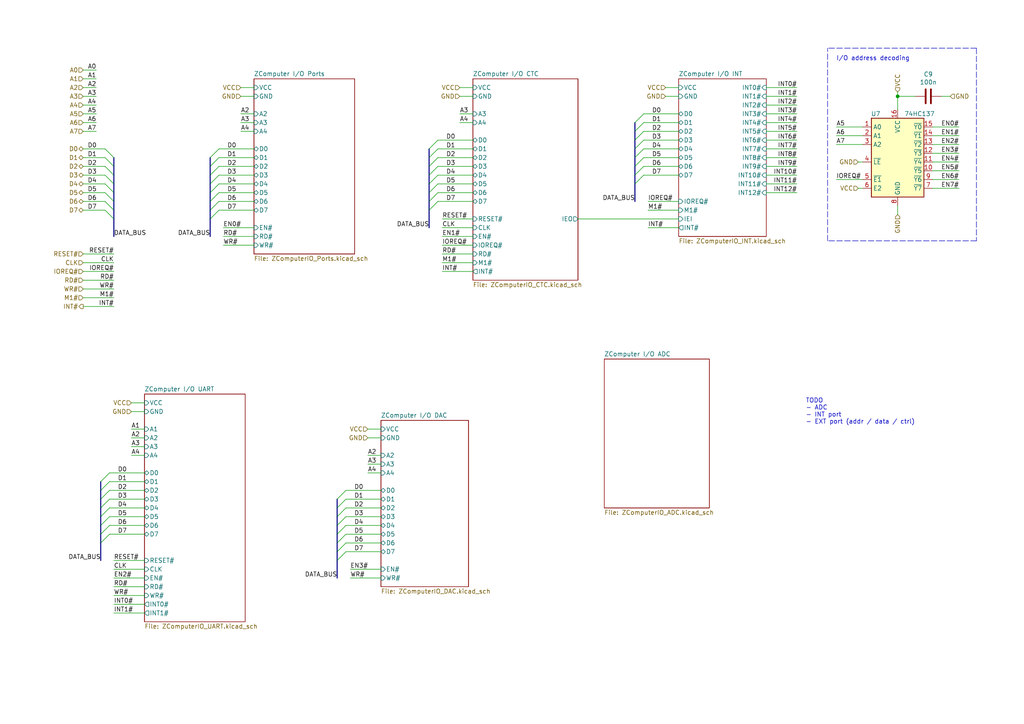
<source format=kicad_sch>
(kicad_sch (version 20211123) (generator eeschema)
  (paper "A4")
  (title_block (title "ZComputer I/O") (date "2021-10-21") (rev "v0.92") (company "Maxime Chretien") (comment 1 "mchretien@linuxmail.org"))
  (lib_symbols
    (symbol "74xx:74HC137"
      (property "Reference" "U" (at -7.62 13.97 0))
      (property "Value" "74HC137" (at 2.54 -11.43 0))
      (symbol "74HC137_0_1"
        (rectangle (start -7.62 12.7) (end 7.62 -10.16) (stroke (width 0.254)) (fill (type background)))
      )
      (symbol "74HC137_1_1"
        (pin input line (at -10.16 10.16 0) (length 2.54) (name "A0") (number "1"))
        (pin output line (at 10.16 -2.54 180) (length 2.54) (name "~{Y5}") (number "10"))
        (pin output line (at 10.16 0 180) (length 2.54) (name "~{Y4}") (number "11"))
        (pin output line (at 10.16 2.54 180) (length 2.54) (name "~{Y3}") (number "12"))
        (pin output line (at 10.16 5.08 180) (length 2.54) (name "~{Y2}") (number "13"))
        (pin output line (at 10.16 7.62 180) (length 2.54) (name "~{Y1}") (number "14"))
        (pin output line (at 10.16 10.16 180) (length 2.54) (name "~{Y0}") (number "15"))
        (pin power_in line (at 0 15.24 270) (length 2.54) (name "VCC") (number "16"))
        (pin input line (at -10.16 7.62 0) (length 2.54) (name "A1") (number "2"))
        (pin input line (at -10.16 5.08 0) (length 2.54) (name "A2") (number "3"))
        (pin input line (at -10.16 0 0) (length 2.54) (name "~{LE}") (number "4"))
        (pin input line (at -10.16 -5.08 0) (length 2.54) (name "~{E1}") (number "5"))
        (pin input line (at -10.16 -7.62 0) (length 2.54) (name "E2") (number "6"))
        (pin output line (at 10.16 -7.62 180) (length 2.54) (name "~{Y7}") (number "7"))
        (pin power_in line (at 0 -12.7 90) (length 2.54) (name "GND") (number "8"))
        (pin output line (at 10.16 -5.08 180) (length 2.54) (name "~{Y6}") (number "9"))
      )
    )
    (symbol "Device:C" (pin_numbers hide) (pin_names (offset 0.254))
      (property "Reference" "C" (at 0.635 2.54 0))
      (property "Value" "C" (at 0.635 -2.54 0))
      (symbol "C_0_1"
        (polyline (pts (xy -2.032 -0.762) (xy 2.032 -0.762)) (stroke (width 0.508)))
        (polyline (pts (xy -2.032 0.762) (xy 2.032 0.762)) (stroke (width 0.508)))
      )
      (symbol "C_1_1"
        (pin passive line (at 0 3.81 270) (length 2.794) (name "~") (number "1"))
        (pin passive line (at 0 -3.81 90) (length 2.794) (name "~") (number "2"))
      )
    )
  )
  (junction (at 260.35 27.94))
  (bus_entry (at 30.48 53.34) (size 2.54 2.54))
  (bus_entry (at 186.69 38.1) (size -2.54 2.54))
  (bus_entry (at 127 40.64) (size -2.54 2.54))
  (bus_entry (at 100.33 142.24) (size -2.54 2.54))
  (bus_entry (at 30.48 58.42) (size 2.54 2.54))
  (bus_entry (at 31.75 137.16) (size -2.54 2.54))
  (bus_entry (at 186.69 40.64) (size -2.54 2.54))
  (bus_entry (at 186.69 48.26) (size -2.54 2.54))
  (bus_entry (at 31.75 147.32) (size -2.54 2.54))
  (bus_entry (at 30.48 55.88) (size 2.54 2.54))
  (bus_entry (at 30.48 48.26) (size 2.54 2.54))
  (bus_entry (at 100.33 160.02) (size -2.54 2.54))
  (bus_entry (at 186.69 45.72) (size -2.54 2.54))
  (bus_entry (at 100.33 144.78) (size -2.54 2.54))
  (bus_entry (at 31.75 149.86) (size -2.54 2.54))
  (bus_entry (at 100.33 152.4) (size -2.54 2.54))
  (bus_entry (at 30.48 60.96) (size 2.54 2.54))
  (bus_entry (at 186.69 35.56) (size -2.54 2.54))
  (bus_entry (at 63.5 45.72) (size -2.54 2.54))
  (bus_entry (at 31.75 144.78) (size -2.54 2.54))
  (bus_entry (at 63.5 58.42) (size -2.54 2.54))
  (bus_entry (at 31.75 152.4) (size -2.54 2.54))
  (bus_entry (at 127 43.18) (size -2.54 2.54))
  (bus_entry (at 186.69 50.8) (size -2.54 2.54))
  (bus_entry (at 100.33 154.94) (size -2.54 2.54))
  (bus_entry (at 127 53.34) (size -2.54 2.54))
  (bus_entry (at 127 55.88) (size -2.54 2.54))
  (bus_entry (at 63.5 55.88) (size -2.54 2.54))
  (bus_entry (at 31.75 139.7) (size -2.54 2.54))
  (bus_entry (at 31.75 142.24) (size -2.54 2.54))
  (bus_entry (at 186.69 33.02) (size -2.54 2.54))
  (bus_entry (at 63.5 60.96) (size -2.54 2.54))
  (bus_entry (at 100.33 147.32) (size -2.54 2.54))
  (bus_entry (at 186.69 43.18) (size -2.54 2.54))
  (bus_entry (at 63.5 50.8) (size -2.54 2.54))
  (bus_entry (at 63.5 53.34) (size -2.54 2.54))
  (bus_entry (at 31.75 154.94) (size -2.54 2.54))
  (bus_entry (at 100.33 149.86) (size -2.54 2.54))
  (bus_entry (at 30.48 45.72) (size 2.54 2.54))
  (bus_entry (at 30.48 50.8) (size 2.54 2.54))
  (bus_entry (at 127 58.42) (size -2.54 2.54))
  (bus_entry (at 63.5 43.18) (size -2.54 2.54))
  (bus_entry (at 127 48.26) (size -2.54 2.54))
  (bus_entry (at 30.48 43.18) (size 2.54 2.54))
  (bus_entry (at 127 50.8) (size -2.54 2.54))
  (bus_entry (at 100.33 157.48) (size -2.54 2.54))
  (bus_entry (at 63.5 48.26) (size -2.54 2.54))
  (bus_entry (at 127 45.72) (size -2.54 2.54))
  (wire (pts (xy 73.66 68.58) (xy 64.77 68.58)))
  (bus (pts (xy 97.79 160.02) (xy 97.79 162.56)))
  (wire (pts (xy 24.13 33.02) (xy 27.94 33.02)))
  (bus (pts (xy 97.79 152.4) (xy 97.79 154.94)))
  (wire (pts (xy 222.25 38.1) (xy 231.14 38.1)))
  (bus (pts (xy 29.21 157.48) (xy 29.21 162.56)))
  (wire (pts (xy 63.5 55.88) (xy 73.66 55.88)))
  (wire (pts (xy 127 50.8) (xy 137.16 50.8)))
  (wire (pts (xy 24.13 58.42) (xy 30.48 58.42)))
  (bus (pts (xy 33.02 53.34) (xy 33.02 55.88)))
  (wire (pts (xy 33.02 76.2) (xy 24.13 76.2)))
  (bus (pts (xy 184.15 53.34) (xy 184.15 58.42)))
  (wire (pts (xy 270.51 44.45) (xy 278.13 44.45)))
  (polyline (pts (xy 283.21 69.85) (xy 240.03 69.85)))
  (wire (pts (xy 100.33 160.02) (xy 110.49 160.02)))
  (bus (pts (xy 60.96 63.5) (xy 60.96 68.58)))
  (wire (pts (xy 110.49 132.08) (xy 106.68 132.08)))
  (bus (pts (xy 29.21 152.4) (xy 29.21 154.94)))
  (wire (pts (xy 24.13 30.48) (xy 27.94 30.48)))
  (wire (pts (xy 64.77 66.04) (xy 73.66 66.04)))
  (wire (pts (xy 250.19 41.91) (xy 242.57 41.91)))
  (bus (pts (xy 184.15 48.26) (xy 184.15 50.8)))
  (wire (pts (xy 38.1 119.38) (xy 41.91 119.38)))
  (wire (pts (xy 187.96 60.96) (xy 196.85 60.96)))
  (wire (pts (xy 222.25 30.48) (xy 231.14 30.48)))
  (wire (pts (xy 100.33 144.78) (xy 110.49 144.78)))
  (bus (pts (xy 97.79 154.94) (xy 97.79 157.48)))
  (bus (pts (xy 124.46 55.88) (xy 124.46 58.42)))
  (wire (pts (xy 24.13 25.4) (xy 27.94 25.4)))
  (wire (pts (xy 63.5 48.26) (xy 73.66 48.26)))
  (wire (pts (xy 186.69 38.1) (xy 196.85 38.1)))
  (wire (pts (xy 127 43.18) (xy 137.16 43.18)))
  (wire (pts (xy 69.85 35.56) (xy 73.66 35.56)))
  (wire (pts (xy 106.68 127) (xy 110.49 127)))
  (bus (pts (xy 124.46 50.8) (xy 124.46 53.34)))
  (bus (pts (xy 97.79 162.56) (xy 97.79 167.64)))
  (wire (pts (xy 127 58.42) (xy 137.16 58.42)))
  (wire (pts (xy 187.96 66.04) (xy 196.85 66.04)))
  (bus (pts (xy 60.96 60.96) (xy 60.96 63.5)))
  (wire (pts (xy 73.66 38.1) (xy 69.85 38.1)))
  (wire (pts (xy 63.5 50.8) (xy 73.66 50.8)))
  (bus (pts (xy 33.02 48.26) (xy 33.02 50.8)))
  (wire (pts (xy 33.02 86.36) (xy 24.13 86.36)))
  (wire (pts (xy 24.13 50.8) (xy 30.48 50.8)))
  (wire (pts (xy 100.33 147.32) (xy 110.49 147.32)))
  (wire (pts (xy 41.91 127) (xy 38.1 127)))
  (bus (pts (xy 29.21 154.94) (xy 29.21 157.48)))
  (wire (pts (xy 128.27 66.04) (xy 137.16 66.04)))
  (wire (pts (xy 260.35 27.94) (xy 260.35 31.75)))
  (wire (pts (xy 222.25 48.26) (xy 231.14 48.26)))
  (wire (pts (xy 69.85 27.94) (xy 73.66 27.94)))
  (bus (pts (xy 29.21 149.86) (xy 29.21 152.4)))
  (bus (pts (xy 97.79 157.48) (xy 97.79 160.02)))
  (wire (pts (xy 24.13 20.32) (xy 27.94 20.32)))
  (polyline (pts (xy 283.21 13.97) (xy 240.03 13.97)))
  (bus (pts (xy 97.79 144.78) (xy 97.79 147.32)))
  (polyline (pts (xy 240.03 69.85) (xy 240.03 13.97)))
  (wire (pts (xy 270.51 49.53) (xy 278.13 49.53)))
  (wire (pts (xy 128.27 63.5) (xy 137.16 63.5)))
  (wire (pts (xy 31.75 149.86) (xy 41.91 149.86)))
  (bus (pts (xy 29.21 142.24) (xy 29.21 144.78)))
  (wire (pts (xy 63.5 60.96) (xy 73.66 60.96)))
  (wire (pts (xy 196.85 63.5) (xy 167.64 63.5)))
  (bus (pts (xy 29.21 144.78) (xy 29.21 147.32)))
  (wire (pts (xy 270.51 36.83) (xy 278.13 36.83)))
  (wire (pts (xy 270.51 41.91) (xy 278.13 41.91)))
  (wire (pts (xy 101.6 165.1) (xy 110.49 165.1)))
  (wire (pts (xy 186.69 40.64) (xy 196.85 40.64)))
  (wire (pts (xy 63.5 45.72) (xy 73.66 45.72)))
  (wire (pts (xy 186.69 35.56) (xy 196.85 35.56)))
  (bus (pts (xy 184.15 35.56) (xy 184.15 38.1)))
  (wire (pts (xy 248.92 46.99) (xy 250.19 46.99)))
  (wire (pts (xy 100.33 157.48) (xy 110.49 157.48)))
  (wire (pts (xy 33.02 162.56) (xy 41.91 162.56)))
  (wire (pts (xy 101.6 167.64) (xy 110.49 167.64)))
  (wire (pts (xy 33.02 73.66) (xy 24.13 73.66)))
  (wire (pts (xy 31.75 154.94) (xy 41.91 154.94)))
  (wire (pts (xy 137.16 35.56) (xy 133.35 35.56)))
  (wire (pts (xy 33.02 167.64) (xy 41.91 167.64)))
  (bus (pts (xy 60.96 53.34) (xy 60.96 55.88)))
  (wire (pts (xy 250.19 52.07) (xy 242.57 52.07)))
  (wire (pts (xy 33.02 165.1) (xy 41.91 165.1)))
  (wire (pts (xy 222.25 50.8) (xy 231.14 50.8)))
  (polyline (pts (xy 283.21 13.97) (xy 283.21 69.85)))
  (wire (pts (xy 31.75 142.24) (xy 41.91 142.24)))
  (wire (pts (xy 222.25 40.64) (xy 231.14 40.64)))
  (wire (pts (xy 63.5 58.42) (xy 73.66 58.42)))
  (wire (pts (xy 128.27 68.58) (xy 137.16 68.58)))
  (wire (pts (xy 64.77 71.12) (xy 73.66 71.12)))
  (wire (pts (xy 186.69 50.8) (xy 196.85 50.8)))
  (bus (pts (xy 184.15 50.8) (xy 184.15 53.34)))
  (wire (pts (xy 127 55.88) (xy 137.16 55.88)))
  (wire (pts (xy 127 40.64) (xy 137.16 40.64)))
  (wire (pts (xy 222.25 25.4) (xy 231.14 25.4)))
  (wire (pts (xy 222.25 35.56) (xy 231.14 35.56)))
  (wire (pts (xy 33.02 177.8) (xy 41.91 177.8)))
  (wire (pts (xy 128.27 78.74) (xy 137.16 78.74)))
  (wire (pts (xy 63.5 43.18) (xy 73.66 43.18)))
  (bus (pts (xy 33.02 50.8) (xy 33.02 53.34)))
  (wire (pts (xy 270.51 54.61) (xy 278.13 54.61)))
  (wire (pts (xy 270.51 39.37) (xy 278.13 39.37)))
  (wire (pts (xy 100.33 142.24) (xy 110.49 142.24)))
  (wire (pts (xy 222.25 33.02) (xy 231.14 33.02)))
  (wire (pts (xy 222.25 53.34) (xy 231.14 53.34)))
  (wire (pts (xy 222.25 55.88) (xy 231.14 55.88)))
  (wire (pts (xy 38.1 124.46) (xy 41.91 124.46)))
  (wire (pts (xy 33.02 83.82) (xy 24.13 83.82)))
  (wire (pts (xy 63.5 53.34) (xy 73.66 53.34)))
  (wire (pts (xy 110.49 137.16) (xy 106.68 137.16)))
  (wire (pts (xy 24.13 45.72) (xy 30.48 45.72)))
  (wire (pts (xy 33.02 78.74) (xy 24.13 78.74)))
  (wire (pts (xy 128.27 73.66) (xy 137.16 73.66)))
  (wire (pts (xy 33.02 88.9) (xy 24.13 88.9)))
  (bus (pts (xy 60.96 48.26) (xy 60.96 50.8)))
  (wire (pts (xy 24.13 60.96) (xy 30.48 60.96)))
  (wire (pts (xy 106.68 134.62) (xy 110.49 134.62)))
  (bus (pts (xy 124.46 48.26) (xy 124.46 50.8)))
  (wire (pts (xy 106.68 124.46) (xy 110.49 124.46)))
  (bus (pts (xy 33.02 58.42) (xy 33.02 60.96)))
  (bus (pts (xy 33.02 55.88) (xy 33.02 58.42)))
  (wire (pts (xy 265.43 27.94) (xy 260.35 27.94)))
  (wire (pts (xy 186.69 45.72) (xy 196.85 45.72)))
  (wire (pts (xy 31.75 147.32) (xy 41.91 147.32)))
  (bus (pts (xy 124.46 58.42) (xy 124.46 60.96)))
  (wire (pts (xy 38.1 116.84) (xy 41.91 116.84)))
  (wire (pts (xy 270.51 46.99) (xy 278.13 46.99)))
  (wire (pts (xy 33.02 172.72) (xy 41.91 172.72)))
  (wire (pts (xy 260.35 59.69) (xy 260.35 62.23)))
  (wire (pts (xy 33.02 175.26) (xy 41.91 175.26)))
  (wire (pts (xy 186.69 43.18) (xy 196.85 43.18)))
  (wire (pts (xy 100.33 152.4) (xy 110.49 152.4)))
  (wire (pts (xy 24.13 48.26) (xy 30.48 48.26)))
  (wire (pts (xy 73.66 33.02) (xy 69.85 33.02)))
  (bus (pts (xy 60.96 50.8) (xy 60.96 53.34)))
  (bus (pts (xy 124.46 60.96) (xy 124.46 66.04)))
  (bus (pts (xy 60.96 55.88) (xy 60.96 58.42)))
  (wire (pts (xy 31.75 152.4) (xy 41.91 152.4)))
  (bus (pts (xy 60.96 58.42) (xy 60.96 60.96)))
  (wire (pts (xy 133.35 27.94) (xy 137.16 27.94)))
  (wire (pts (xy 133.35 25.4) (xy 137.16 25.4)))
  (wire (pts (xy 100.33 154.94) (xy 110.49 154.94)))
  (bus (pts (xy 124.46 43.18) (xy 124.46 45.72)))
  (wire (pts (xy 270.51 52.07) (xy 278.13 52.07)))
  (wire (pts (xy 100.33 149.86) (xy 110.49 149.86)))
  (wire (pts (xy 127 45.72) (xy 137.16 45.72)))
  (wire (pts (xy 127 48.26) (xy 137.16 48.26)))
  (wire (pts (xy 222.25 43.18) (xy 231.14 43.18)))
  (wire (pts (xy 186.69 48.26) (xy 196.85 48.26)))
  (wire (pts (xy 222.25 45.72) (xy 231.14 45.72)))
  (wire (pts (xy 24.13 55.88) (xy 30.48 55.88)))
  (wire (pts (xy 30.48 43.18) (xy 24.13 43.18)))
  (wire (pts (xy 193.04 25.4) (xy 196.85 25.4)))
  (wire (pts (xy 260.35 26.67) (xy 260.35 27.94)))
  (wire (pts (xy 127 53.34) (xy 137.16 53.34)))
  (wire (pts (xy 24.13 38.1) (xy 27.94 38.1)))
  (wire (pts (xy 133.35 33.02) (xy 137.16 33.02)))
  (bus (pts (xy 33.02 45.72) (xy 33.02 48.26)))
  (bus (pts (xy 124.46 53.34) (xy 124.46 55.88)))
  (wire (pts (xy 193.04 27.94) (xy 196.85 27.94)))
  (wire (pts (xy 41.91 132.08) (xy 38.1 132.08)))
  (wire (pts (xy 24.13 53.34) (xy 30.48 53.34)))
  (wire (pts (xy 31.75 137.16) (xy 41.91 137.16)))
  (bus (pts (xy 184.15 40.64) (xy 184.15 43.18)))
  (bus (pts (xy 33.02 60.96) (xy 33.02 63.5)))
  (bus (pts (xy 60.96 45.72) (xy 60.96 48.26)))
  (wire (pts (xy 69.85 25.4) (xy 73.66 25.4)))
  (wire (pts (xy 273.05 27.94) (xy 275.59 27.94)))
  (bus (pts (xy 33.02 63.5) (xy 33.02 68.58)))
  (bus (pts (xy 29.21 147.32) (xy 29.21 149.86)))
  (wire (pts (xy 137.16 71.12) (xy 128.27 71.12)))
  (wire (pts (xy 196.85 58.42) (xy 187.96 58.42)))
  (wire (pts (xy 31.75 144.78) (xy 41.91 144.78)))
  (wire (pts (xy 38.1 129.54) (xy 41.91 129.54)))
  (wire (pts (xy 186.69 33.02) (xy 196.85 33.02)))
  (wire (pts (xy 128.27 76.2) (xy 137.16 76.2)))
  (wire (pts (xy 41.91 170.18) (xy 33.02 170.18)))
  (bus (pts (xy 124.46 45.72) (xy 124.46 48.26)))
  (wire (pts (xy 222.25 27.94) (xy 231.14 27.94)))
  (wire (pts (xy 31.75 139.7) (xy 41.91 139.7)))
  (bus (pts (xy 29.21 139.7) (xy 29.21 142.24)))
  (wire (pts (xy 24.13 81.28) (xy 33.02 81.28)))
  (wire (pts (xy 250.19 36.83) (xy 242.57 36.83)))
  (bus (pts (xy 97.79 149.86) (xy 97.79 152.4)))
  (bus (pts (xy 184.15 43.18) (xy 184.15 45.72)))
  (wire (pts (xy 250.19 39.37) (xy 242.57 39.37)))
  (bus (pts (xy 184.15 45.72) (xy 184.15 48.26)))
  (bus (pts (xy 97.79 147.32) (xy 97.79 149.86)))
  (bus (pts (xy 184.15 38.1) (xy 184.15 40.64)))
  (wire (pts (xy 24.13 35.56) (xy 27.94 35.56)))
  (wire (pts (xy 27.94 22.86) (xy 24.13 22.86)))
  (wire (pts (xy 250.19 54.61) (xy 248.92 54.61)))
  (wire (pts (xy 27.94 27.94) (xy 24.13 27.94)))
  (text "I/O address decoding" (at 242.57 17.78 0) (effects (font (size 1.27 1.27)) (justify left bottom)))
  (text "TODO \n- ADC\n- INT port\n- EXT port (addr / data / ctrl)" (at 233.68 123.19 0) (effects (font (size 1.27 1.27)) (justify left bottom)))
  (label "A3" (at 27.94 27.94 180))
  (label "EN4#" (at 278.13 46.99 180))
  (label "EN1#" (at 278.13 39.37 180))
  (label "WR#" (at 33.02 83.82 180))
  (label "D4" (at 68.58 53.34 180))
  (label "INT1#" (at 33.02 177.8 0))
  (label "D6" (at 132.08 55.88 180))
  (label "A4" (at 27.94 30.48 180))
  (label "WR#" (at 64.77 71.12 0))
  (label "D1" (at 105.41 144.78 180))
  (label "D4" (at 36.83 147.32 180))
  (label "D4" (at 105.41 152.4 180))
  (label "D2" (at 191.77 38.1 180))
  (label "A5" (at 27.94 33.02 180))
  (label "DATA_BUS" (at 33.02 68.58 0))
  (label "D2" (at 68.58 48.26 180))
  (label "RD#" (at 33.02 170.18 0))
  (label "EN0#" (at 278.13 36.83 180))
  (label "CLK" (at 33.02 76.2 180))
  (label "D7" (at 36.83 154.94 180))
  (label "A1" (at 27.94 22.86 180))
  (label "A6" (at 27.94 35.56 180))
  (label "D3" (at 191.77 40.64 180))
  (label "D3" (at 132.08 48.26 180))
  (label "EN3#" (at 101.6 165.1 0))
  (label "A2" (at 69.85 33.02 0))
  (label "D4" (at 25.4 53.34 0))
  (label "A3" (at 106.68 134.62 0))
  (label "INT5#" (at 231.14 38.1 180))
  (label "INT0#" (at 33.02 175.26 0))
  (label "D5" (at 68.58 55.88 180))
  (label "D5" (at 132.08 53.34 180))
  (label "INT4#" (at 231.14 35.56 180))
  (label "EN2#" (at 278.13 41.91 180))
  (label "A5" (at 242.57 36.83 0))
  (label "INT0#" (at 231.14 25.4 180))
  (label "D2" (at 105.41 147.32 180))
  (label "EN2#" (at 33.02 167.64 0))
  (label "D7" (at 68.58 60.96 180))
  (label "D1" (at 132.08 43.18 180))
  (label "A1" (at 38.1 124.46 0))
  (label "A4" (at 106.68 137.16 0))
  (label "D4" (at 132.08 50.8 180))
  (label "IOREQ#" (at 128.27 71.12 0))
  (label "INT3#" (at 231.14 33.02 180))
  (label "M1#" (at 187.96 60.96 0))
  (label "D0" (at 132.08 40.64 180))
  (label "D6" (at 105.41 157.48 180))
  (label "M1#" (at 33.02 86.36 180))
  (label "A6" (at 242.57 39.37 0))
  (label "D5" (at 36.83 149.86 180))
  (label "D7" (at 25.4 60.96 0))
  (label "RD#" (at 128.27 73.66 0))
  (label "M1#" (at 128.27 76.2 0))
  (label "INT6#" (at 231.14 40.64 180))
  (label "A3" (at 69.85 35.56 0))
  (label "INT9#" (at 231.14 48.26 180))
  (label "D3" (at 105.41 149.86 180))
  (label "INT7#" (at 231.14 43.18 180))
  (label "D0" (at 36.83 137.16 180))
  (label "D0" (at 25.4 43.18 0))
  (label "A4" (at 69.85 38.1 0))
  (label "D2" (at 25.4 48.26 0))
  (label "D2" (at 132.08 45.72 180))
  (label "D0" (at 68.58 43.18 180))
  (label "D3" (at 36.83 144.78 180))
  (label "A4" (at 38.1 132.08 0))
  (label "D2" (at 36.83 142.24 180))
  (label "D7" (at 191.77 50.8 180))
  (label "EN7#" (at 278.13 54.61 180))
  (label "RESET#" (at 33.02 162.56 0))
  (label "DATA_BUS" (at 124.46 66.04 180))
  (label "D5" (at 105.41 154.94 180))
  (label "CLK" (at 33.02 165.1 0))
  (label "EN6#" (at 278.13 52.07 180))
  (label "A2" (at 106.68 132.08 0))
  (label "D6" (at 36.83 152.4 180))
  (label "DATA_BUS" (at 29.21 162.56 180))
  (label "INT12#" (at 231.14 55.88 180))
  (label "D5" (at 25.4 55.88 0))
  (label "INT10#" (at 231.14 50.8 180))
  (label "WR#" (at 33.02 172.72 0))
  (label "D3" (at 25.4 50.8 0))
  (label "INT2#" (at 231.14 30.48 180))
  (label "INT#" (at 33.02 88.9 180))
  (label "IOREQ#" (at 187.96 58.42 0))
  (label "RD#" (at 64.77 68.58 0))
  (label "A4" (at 133.35 35.56 0))
  (label "D4" (at 191.77 43.18 180))
  (label "INT#" (at 187.96 66.04 0))
  (label "A0" (at 27.94 20.32 180))
  (label "D1" (at 191.77 35.56 180))
  (label "D1" (at 25.4 45.72 0))
  (label "D1" (at 68.58 45.72 180))
  (label "EN1#" (at 128.27 68.58 0))
  (label "D0" (at 105.41 142.24 180))
  (label "A3" (at 133.35 33.02 0))
  (label "A2" (at 38.1 127 0))
  (label "IOREQ#" (at 33.02 78.74 180))
  (label "D6" (at 191.77 48.26 180))
  (label "RESET#" (at 128.27 63.5 0))
  (label "A7" (at 27.94 38.1 180))
  (label "INT11#" (at 231.14 53.34 180))
  (label "DATA_BUS" (at 97.79 167.64 180))
  (label "D7" (at 132.08 58.42 180))
  (label "D0" (at 191.77 33.02 180))
  (label "A7" (at 242.57 41.91 0))
  (label "EN0#" (at 64.77 66.04 0))
  (label "D5" (at 191.77 45.72 180))
  (label "IOREQ#" (at 242.57 52.07 0))
  (label "A3" (at 38.1 129.54 0))
  (label "DATA_BUS" (at 184.15 58.42 180))
  (label "D3" (at 68.58 50.8 180))
  (label "INT1#" (at 231.14 27.94 180))
  (label "RESET#" (at 33.02 73.66 180))
  (label "EN5#" (at 278.13 49.53 180))
  (label "RD#" (at 33.02 81.28 180))
  (label "EN3#" (at 278.13 44.45 180))
  (label "D6" (at 25.4 58.42 0))
  (label "D7" (at 105.41 160.02 180))
  (label "CLK" (at 128.27 66.04 0))
  (label "INT#" (at 128.27 78.74 0))
  (label "INT8#" (at 231.14 45.72 180))
  (label "WR#" (at 101.6 167.64 0))
  (label "D1" (at 36.83 139.7 180))
  (label "D6" (at 68.58 58.42 180))
  (label "DATA_BUS" (at 60.96 68.58 180))
  (label "A2" (at 27.94 25.4 180))
  (hierarchical_label "D3" (shape bidirectional) (at 24.13 50.8 180))
  (hierarchical_label "D5" (shape bidirectional) (at 24.13 55.88 180))
  (hierarchical_label "GND" (shape input) (at 69.85 27.94 180))
  (hierarchical_label "CLK" (shape input) (at 24.13 76.2 180))
  (hierarchical_label "D1" (shape bidirectional) (at 24.13 45.72 180))
  (hierarchical_label "GND" (shape input) (at 193.04 27.94 180))
  (hierarchical_label "M1#" (shape input) (at 24.13 86.36 180))
  (hierarchical_label "RD#" (shape input) (at 24.13 81.28 180))
  (hierarchical_label "GND" (shape input) (at 38.1 119.38 180))
  (hierarchical_label "A5" (shape input) (at 24.13 33.02 180))
  (hierarchical_label "A7" (shape input) (at 24.13 38.1 180))
  (hierarchical_label "VCC" (shape input) (at 38.1 116.84 180))
  (hierarchical_label "D4" (shape bidirectional) (at 24.13 53.34 180))
  (hierarchical_label "D7" (shape bidirectional) (at 24.13 60.96 180))
  (hierarchical_label "A0" (shape input) (at 24.13 20.32 180))
  (hierarchical_label "VCC" (shape input) (at 106.68 124.46 180))
  (hierarchical_label "VCC" (shape input) (at 69.85 25.4 180))
  (hierarchical_label "INT#" (shape output) (at 24.13 88.9 180))
  (hierarchical_label "RESET#" (shape input) (at 24.13 73.66 180))
  (hierarchical_label "GND" (shape input) (at 275.59 27.94 0))
  (hierarchical_label "WR#" (shape input) (at 24.13 83.82 180))
  (hierarchical_label "VCC" (shape input) (at 133.35 25.4 180))
  (hierarchical_label "A4" (shape input) (at 24.13 30.48 180))
  (hierarchical_label "A3" (shape input) (at 24.13 27.94 180))
  (hierarchical_label "A6" (shape input) (at 24.13 35.56 180))
  (hierarchical_label "D2" (shape bidirectional) (at 24.13 48.26 180))
  (hierarchical_label "IOREQ#" (shape input) (at 24.13 78.74 180))
  (hierarchical_label "D0" (shape bidirectional) (at 24.13 43.18 180))
  (hierarchical_label "A2" (shape input) (at 24.13 25.4 180))
  (hierarchical_label "D6" (shape bidirectional) (at 24.13 58.42 180))
  (hierarchical_label "VCC" (shape input) (at 248.92 54.61 180))
  (hierarchical_label "VCC" (shape input) (at 193.04 25.4 180))
  (hierarchical_label "GND" (shape input) (at 248.92 46.99 180))
  (hierarchical_label "GND" (shape input) (at 260.35 62.23 270))
  (hierarchical_label "VCC" (shape input) (at 260.35 26.67 90))
  (hierarchical_label "GND" (shape input) (at 106.68 127 180))
  (hierarchical_label "A1" (shape input) (at 24.13 22.86 180))
  (hierarchical_label "GND" (shape input) (at 133.35 27.94 180))
  (symbol (lib_id "74xx:74HC137") (at 260.35 46.99 0) (unit 1)
    (property "Reference" "U7" (at 254 33.02 0))
    (property "Value" "74HC137" (at 266.7 33.02 0))
    (property "Datasheet" "http://www.ti.com/lit/ds/symlink/cd74hc237.pdf" (effects hide))
  )
  (symbol (lib_id "Device:C") (at 269.24 27.94 270) (unit 1)
    (property "Reference" "C9" (at 269.24 21.5392 90))
    (property "Value" "100n" (at 269.24 23.8506 90))
  )
  (sheet (at 73.66 22.86) (size 29.21 50.8)
    (property "Sheet name" "ZComputer I/O Ports" (at 73.66 22.1484 0) (effects (justify left bottom)))
    (property "Sheet file" "ZComputerIO_Ports.kicad_sch" (at 73.66 74.2446 0) (effects (justify left top)))
    (pin "EN#" input (at 73.66 66.04 180))
    (pin "RD#" input (at 73.66 68.58 180))
    (pin "WR#" input (at 73.66 71.12 180))
    (pin "D7" bidirectional (at 73.66 60.96 180))
    (pin "D6" bidirectional (at 73.66 58.42 180))
    (pin "D5" bidirectional (at 73.66 55.88 180))
    (pin "D4" bidirectional (at 73.66 53.34 180))
    (pin "D3" bidirectional (at 73.66 50.8 180))
    (pin "D2" bidirectional (at 73.66 48.26 180))
    (pin "D1" bidirectional (at 73.66 45.72 180))
    (pin "D0" bidirectional (at 73.66 43.18 180))
    (pin "A4" input (at 73.66 38.1 180))
    (pin "A3" input (at 73.66 35.56 180))
    (pin "A2" input (at 73.66 33.02 180))
    (pin "VCC" input (at 73.66 25.4 180))
    (pin "GND" input (at 73.66 27.94 180))
  )
  (sheet (at 175.26 104.14) (size 30.48 43.18)
    (property "Sheet name" "ZComputer I/O ADC" (at 175.26 103.4284 0) (effects (justify left bottom)))
    (property "Sheet file" "ZComputerIO_ADC.kicad_sch" (at 175.26 147.9046 0) (effects (justify left top)))
  )
  (sheet (at 110.49 121.92) (size 25.4 48.26)
    (property "Sheet name" "ZComputer I/O DAC" (at 110.49 121.2084 0) (effects (justify left bottom)))
    (property "Sheet file" "ZComputerIO_DAC.kicad_sch" (at 110.49 170.7646 0) (effects (justify left top)))
    (pin "EN#" input (at 110.49 165.1 180))
    (pin "WR#" input (at 110.49 167.64 180))
    (pin "D7" bidirectional (at 110.49 160.02 180))
    (pin "D6" bidirectional (at 110.49 157.48 180))
    (pin "D5" bidirectional (at 110.49 154.94 180))
    (pin "D4" bidirectional (at 110.49 152.4 180))
    (pin "D3" bidirectional (at 110.49 149.86 180))
    (pin "D2" bidirectional (at 110.49 147.32 180))
    (pin "D1" bidirectional (at 110.49 144.78 180))
    (pin "D0" bidirectional (at 110.49 142.24 180))
    (pin "A3" input (at 110.49 134.62 180))
    (pin "A4" input (at 110.49 137.16 180))
    (pin "GND" input (at 110.49 127 180))
    (pin "VCC" input (at 110.49 124.46 180))
    (pin "A2" input (at 110.49 132.08 180))
  )
  (sheet (at 41.91 114.3) (size 29.21 66.04)
    (property "Sheet name" "ZComputer I/O UART" (at 41.91 113.5884 0) (effects (justify left bottom)))
    (property "Sheet file" "ZComputerIO_UART.kicad_sch" (at 41.91 180.9246 0) (effects (justify left top)))
    (pin "RD#" input (at 41.91 170.18 180))
    (pin "WR#" input (at 41.91 172.72 180))
    (pin "INT0#" output (at 41.91 175.26 180))
    (pin "D7" bidirectional (at 41.91 154.94 180))
    (pin "D6" bidirectional (at 41.91 152.4 180))
    (pin "D5" bidirectional (at 41.91 149.86 180))
    (pin "D4" bidirectional (at 41.91 147.32 180))
    (pin "D3" bidirectional (at 41.91 144.78 180))
    (pin "D2" bidirectional (at 41.91 142.24 180))
    (pin "D1" bidirectional (at 41.91 139.7 180))
    (pin "D0" bidirectional (at 41.91 137.16 180))
    (pin "A1" input (at 41.91 124.46 180))
    (pin "A2" input (at 41.91 127 180))
    (pin "A3" input (at 41.91 129.54 180))
    (pin "A4" input (at 41.91 132.08 180))
    (pin "CLK" input (at 41.91 165.1 180))
    (pin "RESET#" input (at 41.91 162.56 180))
    (pin "EN#" input (at 41.91 167.64 180))
    (pin "GND" input (at 41.91 119.38 180))
    (pin "VCC" input (at 41.91 116.84 180))
    (pin "INT1#" output (at 41.91 177.8 180))
  )
  (sheet (at 137.16 22.86) (size 30.48 58.42)
    (property "Sheet name" "ZComputer I/O CTC" (at 137.16 22.1484 0) (effects (justify left bottom)))
    (property "Sheet file" "ZComputerIO_CTC.kicad_sch" (at 137.16 81.8646 0) (effects (justify left top)))
    (pin "EN#" input (at 137.16 68.58 180))
    (pin "RD#" input (at 137.16 73.66 180))
    (pin "INT#" output (at 137.16 78.74 180))
    (pin "D7" bidirectional (at 137.16 58.42 180))
    (pin "D6" bidirectional (at 137.16 55.88 180))
    (pin "D5" bidirectional (at 137.16 53.34 180))
    (pin "D4" bidirectional (at 137.16 50.8 180))
    (pin "D3" bidirectional (at 137.16 48.26 180))
    (pin "D2" bidirectional (at 137.16 45.72 180))
    (pin "D1" bidirectional (at 137.16 43.18 180))
    (pin "D0" bidirectional (at 137.16 40.64 180))
    (pin "A3" input (at 137.16 33.02 180))
    (pin "A4" input (at 137.16 35.56 180))
    (pin "M1#" input (at 137.16 76.2 180))
    (pin "IEO" output (at 167.64 63.5 0))
    (pin "GND" input (at 137.16 27.94 180))
    (pin "VCC" input (at 137.16 25.4 180))
    (pin "IOREQ#" input (at 137.16 71.12 180))
    (pin "CLK" input (at 137.16 66.04 180))
    (pin "RESET#" input (at 137.16 63.5 180))
  )
  (sheet (at 196.85 22.86) (size 25.4 45.72)
    (property "Sheet name" "ZComputer I/O INT" (at 196.85 22.1484 0) (effects (justify left bottom)))
    (property "Sheet file" "ZComputerIO_INT.kicad_sch" (at 196.85 69.1646 0) (effects (justify left top)))
    (pin "INT#" output (at 196.85 66.04 180))
    (pin "D7" bidirectional (at 196.85 50.8 180))
    (pin "D6" bidirectional (at 196.85 48.26 180))
    (pin "D5" bidirectional (at 196.85 45.72 180))
    (pin "D4" bidirectional (at 196.85 43.18 180))
    (pin "D3" bidirectional (at 196.85 40.64 180))
    (pin "D2" bidirectional (at 196.85 38.1 180))
    (pin "D1" bidirectional (at 196.85 35.56 180))
    (pin "D0" bidirectional (at 196.85 33.02 180))
    (pin "M1#" input (at 196.85 60.96 180))
    (pin "IEI" input (at 196.85 63.5 180))
    (pin "GND" input (at 196.85 27.94 180))
    (pin "VCC" input (at 196.85 25.4 180))
    (pin "IOREQ#" input (at 196.85 58.42 180))
    (pin "INT0#" input (at 222.25 25.4 0))
    (pin "INT1#" input (at 222.25 27.94 0))
    (pin "INT2#" input (at 222.25 30.48 0))
    (pin "INT3#" input (at 222.25 33.02 0))
    (pin "INT4#" input (at 222.25 35.56 0))
    (pin "INT5#" input (at 222.25 38.1 0))
    (pin "INT6#" input (at 222.25 40.64 0))
    (pin "INT7#" input (at 222.25 43.18 0))
    (pin "INT9#" input (at 222.25 48.26 0))
    (pin "INT12#" input (at 222.25 55.88 0))
    (pin "INT11#" input (at 222.25 53.34 0))
    (pin "INT10#" input (at 222.25 50.8 0))
    (pin "INT8#" input (at 222.25 45.72 0))
  )
)
</source>
